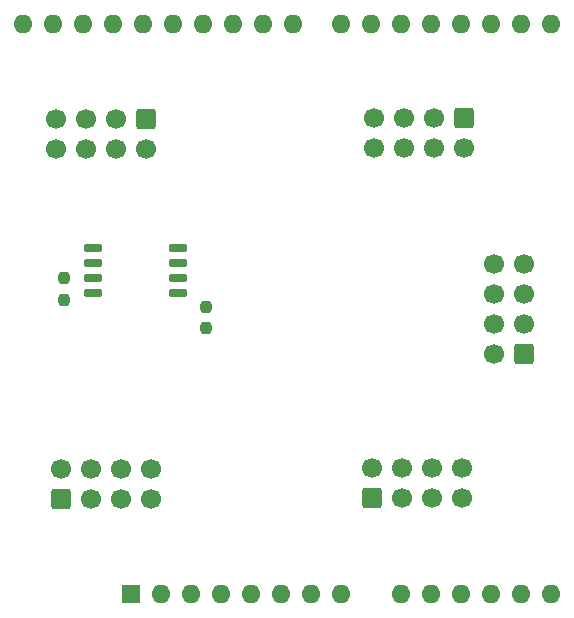
<source format=gbs>
%TF.GenerationSoftware,KiCad,Pcbnew,8.0.5*%
%TF.CreationDate,2024-09-24T00:06:34+02:00*%
%TF.ProjectId,PicoShield,5069636f-5368-4696-956c-642e6b696361,rev?*%
%TF.SameCoordinates,Original*%
%TF.FileFunction,Soldermask,Bot*%
%TF.FilePolarity,Negative*%
%FSLAX46Y46*%
G04 Gerber Fmt 4.6, Leading zero omitted, Abs format (unit mm)*
G04 Created by KiCad (PCBNEW 8.0.5) date 2024-09-24 00:06:34*
%MOMM*%
%LPD*%
G01*
G04 APERTURE LIST*
G04 Aperture macros list*
%AMRoundRect*
0 Rectangle with rounded corners*
0 $1 Rounding radius*
0 $2 $3 $4 $5 $6 $7 $8 $9 X,Y pos of 4 corners*
0 Add a 4 corners polygon primitive as box body*
4,1,4,$2,$3,$4,$5,$6,$7,$8,$9,$2,$3,0*
0 Add four circle primitives for the rounded corners*
1,1,$1+$1,$2,$3*
1,1,$1+$1,$4,$5*
1,1,$1+$1,$6,$7*
1,1,$1+$1,$8,$9*
0 Add four rect primitives between the rounded corners*
20,1,$1+$1,$2,$3,$4,$5,0*
20,1,$1+$1,$4,$5,$6,$7,0*
20,1,$1+$1,$6,$7,$8,$9,0*
20,1,$1+$1,$8,$9,$2,$3,0*%
G04 Aperture macros list end*
%ADD10RoundRect,0.250000X0.600000X-0.600000X0.600000X0.600000X-0.600000X0.600000X-0.600000X-0.600000X0*%
%ADD11C,1.700000*%
%ADD12RoundRect,0.250000X-0.600000X0.600000X-0.600000X-0.600000X0.600000X-0.600000X0.600000X0.600000X0*%
%ADD13RoundRect,0.250000X0.600000X0.600000X-0.600000X0.600000X-0.600000X-0.600000X0.600000X-0.600000X0*%
%ADD14R,1.600000X1.600000*%
%ADD15O,1.600000X1.600000*%
%ADD16RoundRect,0.150000X0.650000X0.150000X-0.650000X0.150000X-0.650000X-0.150000X0.650000X-0.150000X0*%
%ADD17RoundRect,0.237500X-0.237500X0.250000X-0.237500X-0.250000X0.237500X-0.250000X0.237500X0.250000X0*%
G04 APERTURE END LIST*
D10*
%TO.C,J1*%
X138226800Y-68376800D03*
D11*
X138226800Y-65836800D03*
X140766800Y-68376800D03*
X140766800Y-65836800D03*
X143306800Y-68376800D03*
X143306800Y-65836800D03*
X145846800Y-68376800D03*
X145846800Y-65836800D03*
%TD*%
D12*
%TO.C,J5*%
X172364400Y-36118800D03*
D11*
X172364400Y-38658800D03*
X169824400Y-36118800D03*
X169824400Y-38658800D03*
X167284400Y-36118800D03*
X167284400Y-38658800D03*
X164744400Y-36118800D03*
X164744400Y-38658800D03*
%TD*%
D10*
%TO.C,J2*%
X164541200Y-68275200D03*
D11*
X164541200Y-65735200D03*
X167081200Y-68275200D03*
X167081200Y-65735200D03*
X169621200Y-68275200D03*
X169621200Y-65735200D03*
X172161200Y-68275200D03*
X172161200Y-65735200D03*
%TD*%
D12*
%TO.C,J6*%
X145440400Y-36169600D03*
D11*
X145440400Y-38709600D03*
X142900400Y-36169600D03*
X142900400Y-38709600D03*
X140360400Y-36169600D03*
X140360400Y-38709600D03*
X137820400Y-36169600D03*
X137820400Y-38709600D03*
%TD*%
D13*
%TO.C,J4*%
X177393600Y-56083200D03*
D11*
X174853600Y-56083200D03*
X177393600Y-53543200D03*
X174853600Y-53543200D03*
X177393600Y-51003200D03*
X174853600Y-51003200D03*
X177393600Y-48463200D03*
X174853600Y-48463200D03*
%TD*%
D14*
%TO.C,A1*%
X144145000Y-76403200D03*
D15*
X146685000Y-76403200D03*
X149225000Y-76403200D03*
X151765000Y-76403200D03*
X154305000Y-76403200D03*
X156845000Y-76403200D03*
X159385000Y-76403200D03*
X161925000Y-76403200D03*
X167005000Y-76403200D03*
X169545000Y-76403200D03*
X172085000Y-76403200D03*
X174625000Y-76403200D03*
X177165000Y-76403200D03*
X179705000Y-76403200D03*
X179705000Y-28143200D03*
X177165000Y-28143200D03*
X174625000Y-28143200D03*
X172085000Y-28143200D03*
X169545000Y-28143200D03*
X167005000Y-28143200D03*
X164465000Y-28143200D03*
X161925000Y-28143200D03*
X157865000Y-28143200D03*
X155325000Y-28143200D03*
X152785000Y-28143200D03*
X150245000Y-28143200D03*
X147705000Y-28143200D03*
X145165000Y-28143200D03*
X142625000Y-28143200D03*
X140085000Y-28143200D03*
X137545000Y-28143200D03*
X135005000Y-28143200D03*
%TD*%
D16*
%TO.C,U2*%
X148100000Y-47095000D03*
X148100000Y-48365000D03*
X148100000Y-49635000D03*
X148100000Y-50905000D03*
X140900000Y-50905000D03*
X140900000Y-49635000D03*
X140900000Y-48365000D03*
X140900000Y-47095000D03*
%TD*%
D17*
%TO.C,R11*%
X138500000Y-49675000D03*
X138500000Y-51500000D03*
%TD*%
%TO.C,R10*%
X150500000Y-52087500D03*
X150500000Y-53912500D03*
%TD*%
M02*

</source>
